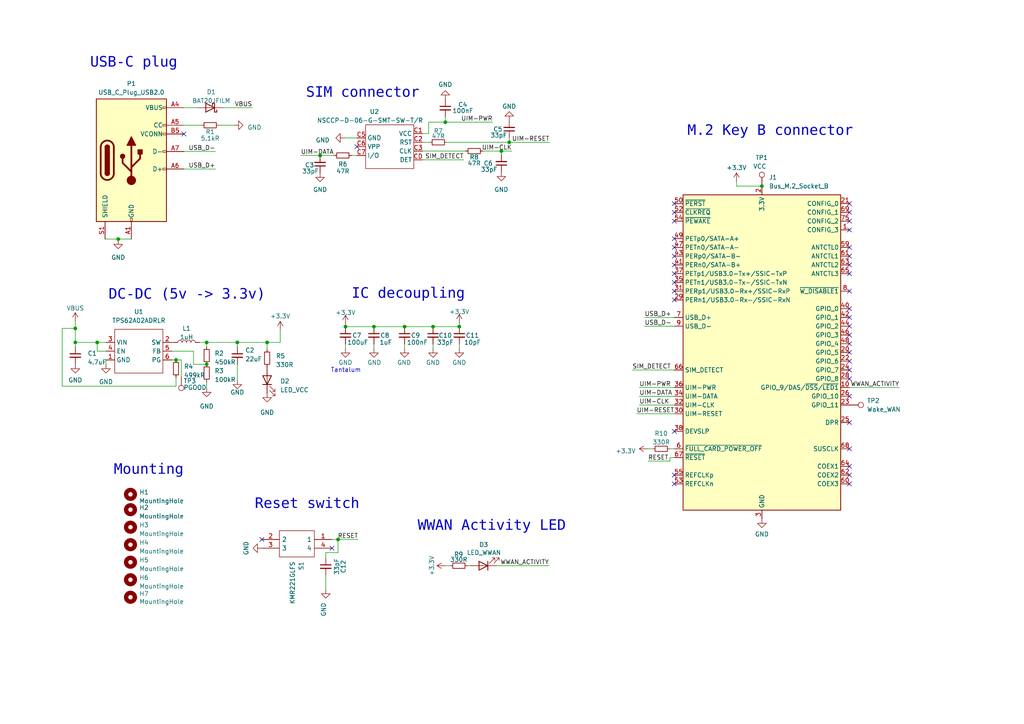
<source format=kicad_sch>
(kicad_sch (version 20230121) (generator eeschema)
  (paper "A4")
  (lib_symbols
    (symbol "Connector:Bus_M.2_Socket_B"
      (property "Reference" "J" (at -22.86 46.99 0))
      (property "Value" "Bus_M.2_Socket_B" (at 16.51 46.99 0))
      (symbol "Bus_M.2_Socket_B_0_1"
        (rectangle (start -22.86 45.72) (end 22.86 -45.72) (stroke (width 0.254)) (fill (type background)))
      )
      (symbol "Bus_M.2_Socket_B_1_1"
        (pin input line (at 25.4 35.56 180) (length 2.54) (name "CONFIG_3") (number "1"))
        (pin bidirectional line (at 25.4 -10.16 180) (length 2.54) (name "GPIO_9/DAS/~{DSS}/~{LED1}") (number "10"))
        (pin passive line (at 0 -48.26 90) (length 2.54) hide (name "GND") (number "11"))
        (pin power_in line (at 0 48.26 270) (length 2.54) (name "3.3V") (number "2"))
        (pin bidirectional line (at 25.4 0 180) (length 2.54) (name "GPIO_5") (number "20"))
        (pin input line (at 25.4 43.18 180) (length 2.54) (name "CONFIG_0") (number "21"))
        (pin bidirectional line (at 25.4 -2.54 180) (length 2.54) (name "GPIO_6") (number "22"))
        (pin bidirectional line (at 25.4 -15.24 180) (length 2.54) (name "GPIO_11") (number "23"))
        (pin bidirectional line (at 25.4 -5.08 180) (length 2.54) (name "GPIO_7") (number "24"))
        (pin output line (at 25.4 -20.32 180) (length 2.54) (name "DPR") (number "25"))
        (pin bidirectional line (at 25.4 -12.7 180) (length 2.54) (name "GPIO_10") (number "26"))
        (pin passive line (at 0 -48.26 90) (length 2.54) hide (name "GND") (number "27"))
        (pin bidirectional line (at 25.4 -7.62 180) (length 2.54) (name "GPIO_8") (number "28"))
        (pin input line (at -25.4 15.24 0) (length 2.54) (name "PERn1/USB3.0-Rx-/SSIC-RxN") (number "29"))
        (pin power_in line (at 0 -48.26 90) (length 2.54) (name "GND") (number "3"))
        (pin input line (at -25.4 -17.78 0) (length 2.54) (name "UIM-RESET") (number "30"))
        (pin input line (at -25.4 17.78 0) (length 2.54) (name "PERp1/USB3.0-Rx+/SSIC-RxP") (number "31"))
        (pin input line (at -25.4 -15.24 0) (length 2.54) (name "UIM-CLK") (number "32"))
        (pin passive line (at 0 -48.26 90) (length 2.54) hide (name "GND") (number "33"))
        (pin bidirectional line (at -25.4 -12.7 0) (length 2.54) (name "UIM-DATA") (number "34"))
        (pin output line (at -25.4 20.32 0) (length 2.54) (name "PETn1/USB3.0-Tx-/SSIC-TxN") (number "35"))
        (pin input line (at -25.4 -10.16 0) (length 2.54) (name "UIM-PWR") (number "36"))
        (pin output line (at -25.4 22.86 0) (length 2.54) (name "PETp1/USB3.0-Tx+/SSIC-TxP") (number "37"))
        (pin output line (at -25.4 -22.86 0) (length 2.54) (name "DEVSLP") (number "38"))
        (pin passive line (at 0 -48.26 90) (length 2.54) hide (name "GND") (number "39"))
        (pin passive line (at 0 48.26 270) (length 2.54) hide (name "3.3V") (number "4"))
        (pin bidirectional line (at 25.4 12.7 180) (length 2.54) (name "GPIO_0") (number "40"))
        (pin input line (at -25.4 25.4 0) (length 2.54) (name "PERn0/SATA-B+") (number "41"))
        (pin bidirectional line (at 25.4 10.16 180) (length 2.54) (name "GPIO_1") (number "42"))
        (pin input line (at -25.4 27.94 0) (length 2.54) (name "PERp0/SATA-B-") (number "43"))
        (pin bidirectional line (at 25.4 7.62 180) (length 2.54) (name "GPIO_2") (number "44"))
        (pin passive line (at 0 -48.26 90) (length 2.54) hide (name "GND") (number "45"))
        (pin bidirectional line (at 25.4 5.08 180) (length 2.54) (name "GPIO_3") (number "46"))
        (pin output line (at -25.4 30.48 0) (length 2.54) (name "PETn0/SATA-A-") (number "47"))
        (pin bidirectional line (at 25.4 2.54 180) (length 2.54) (name "GPIO_4") (number "48"))
        (pin output line (at -25.4 33.02 0) (length 2.54) (name "PETp0/SATA-A+") (number "49"))
        (pin passive line (at 0 -48.26 90) (length 2.54) hide (name "GND") (number "5"))
        (pin output line (at -25.4 43.18 0) (length 2.54) (name "~{PERST}") (number "50"))
        (pin passive line (at 0 -48.26 90) (length 2.54) hide (name "GND") (number "51"))
        (pin bidirectional line (at -25.4 40.64 0) (length 2.54) (name "~{CLKREQ}") (number "52"))
        (pin output line (at -25.4 -38.1 0) (length 2.54) (name "REFCLKn") (number "53"))
        (pin bidirectional line (at -25.4 38.1 0) (length 2.54) (name "~{PEWAKE}") (number "54"))
        (pin output line (at -25.4 -35.56 0) (length 2.54) (name "REFCLKp") (number "55"))
        (pin no_connect line (at 22.86 -43.18 180) (length 2.54) hide (name "NC") (number "56"))
        (pin passive line (at 0 -48.26 90) (length 2.54) hide (name "GND") (number "57"))
        (pin no_connect line (at 22.86 -40.64 180) (length 2.54) hide (name "NC") (number "58"))
        (pin input line (at 25.4 30.48 180) (length 2.54) (name "ANTCTL0") (number "59"))
        (pin output line (at -25.4 -27.94 0) (length 2.54) (name "~{FULL_CARD_POWER_OFF}") (number "6"))
        (pin bidirectional line (at 25.4 -38.1 180) (length 2.54) (name "COEX3") (number "60"))
        (pin input line (at 25.4 27.94 180) (length 2.54) (name "ANTCTL1") (number "61"))
        (pin bidirectional line (at 25.4 -35.56 180) (length 2.54) (name "COEX2") (number "62"))
        (pin input line (at 25.4 25.4 180) (length 2.54) (name "ANTCTL2") (number "63"))
        (pin bidirectional line (at 25.4 -33.02 180) (length 2.54) (name "COEX1") (number "64"))
        (pin input line (at 25.4 22.86 180) (length 2.54) (name "ANTCTL3") (number "65"))
        (pin output line (at -25.4 -5.08 0) (length 2.54) (name "SIM_DETECT") (number "66"))
        (pin output line (at -25.4 -30.48 0) (length 2.54) (name "~{RESET}") (number "67"))
        (pin output line (at 25.4 -27.94 180) (length 2.54) (name "SUSCLK") (number "68"))
        (pin input line (at 25.4 40.64 180) (length 2.54) (name "CONFIG_1") (number "69"))
        (pin bidirectional line (at -25.4 10.16 0) (length 2.54) (name "USB_D+") (number "7"))
        (pin passive line (at 0 48.26 270) (length 2.54) hide (name "3.3V") (number "70"))
        (pin passive line (at 0 -48.26 90) (length 2.54) hide (name "GND") (number "71"))
        (pin passive line (at 0 48.26 270) (length 2.54) hide (name "3.3V") (number "72"))
        (pin passive line (at 0 -48.26 90) (length 2.54) hide (name "GND") (number "73"))
        (pin passive line (at 0 48.26 270) (length 2.54) hide (name "3.3V") (number "74"))
        (pin input line (at 25.4 38.1 180) (length 2.54) (name "CONFIG_2") (number "75"))
        (pin output line (at 25.4 17.78 180) (length 2.54) (name "~{W_DISABLE1}") (number "8"))
        (pin bidirectional line (at -25.4 7.62 0) (length 2.54) (name "USB_D-") (number "9"))
      )
    )
    (symbol "Connector:TestPoint" (pin_numbers hide) (pin_names (offset 0.762) hide)
      (property "Reference" "TP" (at 0 6.858 0))
      (property "Value" "TestPoint" (at 0 5.08 0))
      (symbol "TestPoint_0_1"
        (circle (center 0 3.302) (radius 0.762))
      )
      (symbol "TestPoint_1_1"
        (pin passive line (at 0 0 90) (length 2.54) (name "1") (number "1"))
      )
    )
    (symbol "Connector:USB_C_Plug_USB2.0" (pin_names (offset 1.016))
      (property "Reference" "P" (at -10.16 19.05 0))
      (property "Value" "USB_C_Plug_USB2.0" (at 12.7 19.05 0))
      (symbol "USB_C_Plug_USB2.0_0_0"
        (rectangle (start -0.254 -17.78) (end 0.254 -16.764))
        (rectangle (start 10.16 -2.286) (end 9.144 -2.794))
        (rectangle (start 10.16 2.794) (end 9.144 2.286))
        (rectangle (start 10.16 7.874) (end 9.144 7.366))
        (rectangle (start 10.16 10.414) (end 9.144 9.906))
        (rectangle (start 10.16 15.494) (end 9.144 14.986))
      )
      (symbol "USB_C_Plug_USB2.0_0_1"
        (rectangle (start -10.16 17.78) (end 10.16 -17.78) (stroke (width 0.254)) (fill (type background)))
        (arc (start -8.89 -3.81) (mid -6.985 -5.7067) (end -5.08 -3.81) (stroke (width 0.508)))
        (arc (start -7.62 -3.81) (mid -6.985 -4.4423) (end -6.35 -3.81) (stroke (width 0.254)))
        (arc (start -7.62 -3.81) (mid -6.985 -4.4423) (end -6.35 -3.81) (stroke (width 0.254)) (fill (type outline)))
        (rectangle (start -7.62 -3.81) (end -6.35 3.81) (stroke (width 0.254)) (fill (type outline)))
        (arc (start -6.35 3.81) (mid -6.985 4.4423) (end -7.62 3.81) (stroke (width 0.254)))
        (arc (start -6.35 3.81) (mid -6.985 4.4423) (end -7.62 3.81) (stroke (width 0.254)) (fill (type outline)))
        (arc (start -5.08 3.81) (mid -6.985 5.7067) (end -8.89 3.81) (stroke (width 0.508)))
        (circle (center -2.54 1.143) (radius 0.635) (stroke (width 0.254)) (fill (type outline)))
        (circle (center 0 -5.842) (radius 1.27) (fill (type outline)))
        (polyline (pts (xy -8.89 -3.81) (xy -8.89 3.81)) (stroke (width 0.508)))
        (polyline (pts (xy -5.08 3.81) (xy -5.08 -3.81)) (stroke (width 0.508)))
        (polyline (pts (xy 0 -5.842) (xy 0 4.318)) (stroke (width 0.508)))
        (polyline (pts (xy 0 -3.302) (xy -2.54 -0.762) (xy -2.54 0.508)) (stroke (width 0.508)))
        (polyline (pts (xy 0 -2.032) (xy 2.54 0.508) (xy 2.54 1.778)) (stroke (width 0.508)))
        (polyline (pts (xy -1.27 4.318) (xy 0 6.858) (xy 1.27 4.318) (xy -1.27 4.318)) (stroke (width 0.254)) (fill (type outline)))
        (rectangle (start 1.905 1.778) (end 3.175 3.048) (stroke (width 0.254)) (fill (type outline)))
      )
      (symbol "USB_C_Plug_USB2.0_1_1"
        (pin passive line (at 0 -22.86 90) (length 5.08) (name "GND") (number "A1"))
        (pin passive line (at 0 -22.86 90) (length 5.08) hide (name "GND") (number "A12"))
        (pin passive line (at 15.24 15.24 180) (length 5.08) (name "VBUS") (number "A4"))
        (pin bidirectional line (at 15.24 10.16 180) (length 5.08) (name "CC") (number "A5"))
        (pin bidirectional line (at 15.24 -2.54 180) (length 5.08) (name "D+") (number "A6"))
        (pin bidirectional line (at 15.24 2.54 180) (length 5.08) (name "D-") (number "A7"))
        (pin passive line (at 15.24 15.24 180) (length 5.08) hide (name "VBUS") (number "A9"))
        (pin passive line (at 0 -22.86 90) (length 5.08) hide (name "GND") (number "B1"))
        (pin passive line (at 0 -22.86 90) (length 5.08) hide (name "GND") (number "B12"))
        (pin passive line (at 15.24 15.24 180) (length 5.08) hide (name "VBUS") (number "B4"))
        (pin bidirectional line (at 15.24 7.62 180) (length 5.08) (name "VCONN") (number "B5"))
        (pin passive line (at 15.24 15.24 180) (length 5.08) hide (name "VBUS") (number "B9"))
        (pin passive line (at -7.62 -22.86 90) (length 5.08) (name "SHIELD") (number "S1"))
      )
    )
    (symbol "Custom:KMR221GLFS" (pin_names (offset 0.762))
      (property "Reference" "S" (at 16.51 7.62 0))
      (property "Value" "KMR221GLFS" (at 16.51 5.08 0))
      (symbol "KMR221GLFS_0_0"
        (pin passive line (at 0 -2.54 0) (length 5.08) (name "1") (number "1"))
        (pin passive line (at 20.32 -2.54 180) (length 5.08) (name "2") (number "2"))
        (pin passive line (at 20.32 0 180) (length 5.08) (name "3") (number "3"))
        (pin passive line (at 0 0 0) (length 5.08) (name "4") (number "4"))
      )
      (symbol "KMR221GLFS_0_1"
        (polyline (pts (xy 5.08 2.54) (xy 15.24 2.54) (xy 15.24 -5.08) (xy 5.08 -5.08) (xy 5.08 2.54)) (stroke (width 0.1524)))
      )
    )
    (symbol "Device:C_Small" (pin_numbers hide) (pin_names (offset 0.254) hide)
      (property "Reference" "C" (at 0.254 1.778 0))
      (property "Value" "C_Small" (at 0.254 -2.032 0))
      (symbol "C_Small_0_1"
        (polyline (pts (xy -1.524 -0.508) (xy 1.524 -0.508)) (stroke (width 0.3302)))
        (polyline (pts (xy -1.524 0.508) (xy 1.524 0.508)) (stroke (width 0.3048)))
      )
      (symbol "C_Small_1_1"
        (pin passive line (at 0 2.54 270) (length 2.032) (name "~") (number "1"))
        (pin passive line (at 0 -2.54 90) (length 2.032) (name "~") (number "2"))
      )
    )
    (symbol "Device:D_Schottky" (pin_numbers hide) (pin_names (offset 1.016) hide)
      (property "Reference" "D" (at 0 2.54 0))
      (property "Value" "D_Schottky" (at 0 -2.54 0))
      (symbol "D_Schottky_0_1"
        (polyline (pts (xy 1.27 0) (xy -1.27 0)))
        (polyline (pts (xy 1.27 1.27) (xy 1.27 -1.27) (xy -1.27 0) (xy 1.27 1.27)) (stroke (width 0.254)))
        (polyline (pts (xy -1.905 0.635) (xy -1.905 1.27) (xy -1.27 1.27) (xy -1.27 -1.27) (xy -0.635 -1.27) (xy -0.635 -0.635)) (stroke (width 0.254)))
      )
      (symbol "D_Schottky_1_1"
        (pin passive line (at -3.81 0 0) (length 2.54) (name "K") (number "1"))
        (pin passive line (at 3.81 0 180) (length 2.54) (name "A") (number "2"))
      )
    )
    (symbol "Device:L" (pin_numbers hide) (pin_names (offset 1.016) hide)
      (property "Reference" "L" (at -1.27 0 90))
      (property "Value" "L" (at 1.905 0 90))
      (symbol "L_0_1"
        (arc (start 0 -2.54) (mid 0.6323 -1.905) (end 0 -1.27))
        (arc (start 0 -1.27) (mid 0.6323 -0.635) (end 0 0))
        (arc (start 0 0) (mid 0.6323 0.635) (end 0 1.27))
        (arc (start 0 1.27) (mid 0.6323 1.905) (end 0 2.54))
      )
      (symbol "L_1_1"
        (pin passive line (at 0 3.81 270) (length 1.27) (name "1") (number "1"))
        (pin passive line (at 0 -3.81 90) (length 1.27) (name "2") (number "2"))
      )
    )
    (symbol "Device:LED" (pin_numbers hide) (pin_names (offset 1.016) hide)
      (property "Reference" "D" (at 0 2.54 0))
      (property "Value" "LED" (at 0 -2.54 0))
      (symbol "LED_0_1"
        (polyline (pts (xy -1.27 -1.27) (xy -1.27 1.27)) (stroke (width 0.254)))
        (polyline (pts (xy -1.27 0) (xy 1.27 0)))
        (polyline (pts (xy 1.27 -1.27) (xy 1.27 1.27) (xy -1.27 0) (xy 1.27 -1.27)) (stroke (width 0.254)))
        (polyline (pts (xy -3.048 -0.762) (xy -4.572 -2.286) (xy -3.81 -2.286) (xy -4.572 -2.286) (xy -4.572 -1.524)))
        (polyline (pts (xy -1.778 -0.762) (xy -3.302 -2.286) (xy -2.54 -2.286) (xy -3.302 -2.286) (xy -3.302 -1.524)))
      )
      (symbol "LED_1_1"
        (pin passive line (at -3.81 0 0) (length 2.54) (name "K") (number "1"))
        (pin passive line (at 3.81 0 180) (length 2.54) (name "A") (number "2"))
      )
    )
    (symbol "Device:R_Small" (pin_numbers hide) (pin_names (offset 0.254) hide)
      (property "Reference" "R" (at 0.762 0.508 0))
      (property "Value" "R_Small" (at 0.762 -1.016 0))
      (symbol "R_Small_0_1"
        (rectangle (start -0.762 1.778) (end 0.762 -1.778) (stroke (width 0.2032)))
      )
      (symbol "R_Small_1_1"
        (pin passive line (at 0 2.54 270) (length 0.762) (name "~") (number "1"))
        (pin passive line (at 0 -2.54 90) (length 0.762) (name "~") (number "2"))
      )
    )
    (symbol "Mechanical:MountingHole" (pin_names (offset 1.016))
      (property "Reference" "H" (at 0 5.08 0))
      (property "Value" "MountingHole" (at 0 3.175 0))
      (symbol "MountingHole_0_1"
        (circle (center 0 0) (radius 1.27) (stroke (width 1.27)))
      )
    )
    (symbol "Roamer_lib:NSCCP-D-06-G-SMT-SW-T{slash}R"
      (property "Reference" "U" (at 3.175 -5.08 0))
      (property "Value" "NSCCP-D-06-G-SMT-SW-T{slash}R" (at -15.24 -5.08 0))
      (symbol "NSCCP-D-06-G-SMT-SW-T{slash}R_0_1"
        (rectangle (start -13.335 -20.955) (end 0.635 -8.255))
      )
      (symbol "NSCCP-D-06-G-SMT-SW-T{slash}R_1_1"
        (pin power_in line (at 3.175 -10.795 180) (length 2.54) (name "VCC") (number "C1"))
        (pin input line (at 3.175 -13.335 180) (length 2.54) (name "RST") (number "C2"))
        (pin input line (at 3.175 -15.875 180) (length 2.54) (name "CLK") (number "C3"))
        (pin passive line (at -15.875 -12.065 0) (length 2.54) (name "GND") (number "C5"))
        (pin input line (at -15.875 -14.605 0) (length 2.54) (name "VPP") (number "C6"))
        (pin bidirectional line (at -15.875 -17.145 0) (length 2.54) (name "I/O") (number "C7"))
        (pin output line (at 3.175 -18.415 180) (length 2.54) (name "DET") (number "CD"))
      )
    )
    (symbol "Roamer_lib:TPS62A02ADRLR"
      (property "Reference" "U" (at -3.81 -0.635 0))
      (property "Value" "TPS62A02ADRLR" (at -14.605 -0.635 0))
      (symbol "TPS62A02ADRLR_0_1"
        (rectangle (start -16.51 -3.81) (end -2.54 -16.51))
      )
      (symbol "TPS62A02ADRLR_1_1"
        (pin passive line (at -19.05 -12.7 0) (length 2.54) (name "GND") (number "1"))
        (pin power_out line (at 0 -7.62 180) (length 2.54) (name "SW") (number "2"))
        (pin power_in line (at -19.05 -7.62 0) (length 2.54) (name "VIN") (number "3"))
        (pin input line (at -19.05 -10.16 0) (length 2.54) (name "EN") (number "4"))
        (pin input line (at 0 -10.16 180) (length 2.54) (name "FB") (number "5"))
        (pin output line (at 0 -12.7 180) (length 2.54) (name "PG") (number "6"))
      )
    )
    (symbol "power:+3.3V" (power) (pin_names (offset 0))
      (property "Value" "+3.3V" (at 0 3.556 0))
      (symbol "+3.3V_0_1"
        (polyline (pts (xy -0.762 1.27) (xy 0 2.54)))
        (polyline (pts (xy 0 0) (xy 0 2.54)))
        (polyline (pts (xy 0 2.54) (xy 0.762 1.27)))
      )
      (symbol "+3.3V_1_1"
        (pin power_in line (at 0 0 90) (length 0) hide (name "+3.3V") (number "1"))
      )
    )
    (symbol "power:GND" (power) (pin_names (offset 0))
      (property "Value" "GND" (at 0 -3.81 0))
      (symbol "GND_0_1"
        (polyline (pts (xy 0 0) (xy 0 -1.27) (xy 1.27 -1.27) (xy 0 -2.54) (xy -1.27 -1.27) (xy 0 -1.27)))
      )
      (symbol "GND_1_1"
        (pin power_in line (at 0 0 270) (length 0) hide (name "GND") (number "1"))
      )
    )
    (symbol "power:VBUS" (power) (pin_names (offset 0))
      (property "Value" "VBUS" (at 0 3.81 0))
      (symbol "VBUS_0_1"
        (polyline (pts (xy -0.762 1.27) (xy 0 2.54)))
        (polyline (pts (xy 0 0) (xy 0 2.54)))
        (polyline (pts (xy 0 2.54) (xy 0.762 1.27)))
      )
      (symbol "VBUS_1_1"
        (pin power_in line (at 0 0 90) (length 0) hide (name "VBUS") (number "1"))
      )
    )
  )
  (junction (at 100.203 94.742))
  (junction (at 220.98 53.975))
  (junction (at 133.223 94.742))
  (junction (at 108.458 94.742))
  (junction (at 59.944 99.314))
  (junction (at 59.944 105.664))
  (junction (at 92.837 45.085))
  (junction (at 145.415 43.815))
  (junction (at 125.603 94.742))
  (junction (at 21.844 95.25))
  (junction (at 98.044 156.464))
  (junction (at 147.701 41.275))
  (junction (at 68.834 99.314))
  (junction (at 117.348 94.742))
  (junction (at 34.29 69.342))
  (junction (at 28.194 99.314))
  (junction (at 129.159 35.433))
  (junction (at 51.054 104.394))
  (junction (at 21.844 99.314))
  (junction (at 77.47 99.314))
  (no_connect (at 246.38 109.855))
  (no_connect (at 246.38 74.295))
  (no_connect (at 195.58 86.995))
  (no_connect (at 246.38 64.135))
  (no_connect (at 246.38 137.795))
  (no_connect (at 246.38 84.455))
  (no_connect (at 246.38 89.535))
  (no_connect (at 246.38 130.175))
  (no_connect (at 246.38 122.555))
  (no_connect (at 246.38 99.695))
  (no_connect (at 195.58 140.335))
  (no_connect (at 195.58 76.835))
  (no_connect (at 246.38 104.775))
  (no_connect (at 246.38 135.255))
  (no_connect (at 75.946 156.464))
  (no_connect (at 246.38 107.315))
  (no_connect (at 246.38 140.335))
  (no_connect (at 246.38 76.835))
  (no_connect (at 195.58 71.755))
  (no_connect (at 96.266 159.004))
  (no_connect (at 195.58 84.455))
  (no_connect (at 195.58 125.095))
  (no_connect (at 195.58 79.375))
  (no_connect (at 246.38 97.155))
  (no_connect (at 195.58 137.795))
  (no_connect (at 195.58 74.295))
  (no_connect (at 246.38 102.235))
  (no_connect (at 53.34 38.862))
  (no_connect (at 195.58 69.215))
  (no_connect (at 246.38 71.755))
  (no_connect (at 195.58 81.915))
  (no_connect (at 246.38 61.595))
  (no_connect (at 246.38 94.615))
  (no_connect (at 246.38 59.055))
  (no_connect (at 195.58 59.055))
  (no_connect (at 246.38 66.675))
  (no_connect (at 103.505 42.545))
  (no_connect (at 246.38 114.935))
  (no_connect (at 246.38 92.075))
  (no_connect (at 195.58 61.595))
  (no_connect (at 195.58 64.135))
  (no_connect (at 246.38 79.375))
  (wire (pts (xy 30.734 101.854) (xy 28.194 101.854)))
  (wire (pts (xy 51.054 112.014) (xy 51.054 109.474)))
  (wire (pts (xy 28.194 99.314) (xy 30.734 99.314)))
  (wire (pts (xy 122.555 43.815) (xy 135.001 43.815)))
  (wire (pts (xy 77.47 99.314) (xy 81.28 99.314)))
  (wire (pts (xy 98.044 156.464) (xy 98.044 160.274)))
  (wire (pts (xy 187.96 133.731) (xy 194.31 133.731)))
  (wire (pts (xy 145.415 44.831) (xy 145.415 43.815)))
  (wire (pts (xy 186.944 94.615) (xy 195.58 94.615)))
  (wire (pts (xy 144.018 164.084) (xy 159.258 164.084)))
  (wire (pts (xy 98.044 156.464) (xy 103.886 156.464)))
  (wire (pts (xy 185.42 112.395) (xy 195.58 112.395)))
  (wire (pts (xy 51.054 104.394) (xy 52.578 104.394)))
  (wire (pts (xy 124.333 35.433) (xy 129.159 35.433)))
  (wire (pts (xy 195.58 132.715) (xy 194.31 132.715)))
  (wire (pts (xy 28.194 101.854) (xy 28.194 99.314)))
  (wire (pts (xy 133.223 94.742) (xy 125.603 94.742)))
  (wire (pts (xy 63.5 36.322) (xy 67.945 36.322)))
  (wire (pts (xy 117.348 99.822) (xy 117.348 101.092)))
  (wire (pts (xy 213.614 52.705) (xy 213.614 53.975)))
  (wire (pts (xy 108.458 94.742) (xy 100.203 94.742)))
  (wire (pts (xy 185.42 117.475) (xy 195.58 117.475)))
  (wire (pts (xy 92.837 45.085) (xy 96.901 45.085)))
  (wire (pts (xy 129.159 33.909) (xy 129.159 35.433)))
  (wire (pts (xy 77.47 99.314) (xy 77.47 101.346)))
  (wire (pts (xy 52.578 104.394) (xy 52.578 109.22)))
  (wire (pts (xy 129.159 35.433) (xy 142.875 35.433)))
  (wire (pts (xy 185.42 114.935) (xy 195.58 114.935)))
  (wire (pts (xy 18.034 112.014) (xy 51.054 112.014)))
  (wire (pts (xy 59.944 99.314) (xy 59.944 100.584)))
  (wire (pts (xy 133.223 99.822) (xy 133.223 101.092)))
  (wire (pts (xy 147.701 41.275) (xy 159.385 41.275)))
  (wire (pts (xy 108.458 99.822) (xy 108.458 101.092)))
  (wire (pts (xy 183.388 107.315) (xy 195.58 107.315)))
  (wire (pts (xy 21.844 99.314) (xy 28.194 99.314)))
  (wire (pts (xy 246.38 112.395) (xy 260.858 112.395)))
  (wire (pts (xy 81.28 99.314) (xy 81.28 95.758)))
  (wire (pts (xy 21.844 93.218) (xy 21.844 95.25)))
  (wire (pts (xy 98.044 160.274) (xy 94.488 160.274)))
  (wire (pts (xy 30.48 69.342) (xy 34.29 69.342)))
  (wire (pts (xy 140.081 43.815) (xy 145.415 43.815)))
  (wire (pts (xy 125.603 94.742) (xy 117.348 94.742)))
  (wire (pts (xy 21.844 99.314) (xy 21.844 100.584)))
  (wire (pts (xy 100.203 99.822) (xy 100.203 101.092)))
  (wire (pts (xy 220.98 53.975) (xy 213.614 53.975)))
  (wire (pts (xy 59.944 99.314) (xy 68.834 99.314)))
  (wire (pts (xy 96.266 156.464) (xy 98.044 156.464)))
  (wire (pts (xy 189.23 130.175) (xy 187.96 130.175)))
  (wire (pts (xy 53.34 43.942) (xy 62.484 43.942)))
  (wire (pts (xy 101.981 45.085) (xy 103.505 45.085)))
  (wire (pts (xy 99.949 40.005) (xy 103.505 40.005)))
  (wire (pts (xy 100.203 93.98) (xy 100.203 94.742)))
  (wire (pts (xy 117.348 94.742) (xy 108.458 94.742)))
  (wire (pts (xy 68.834 99.314) (xy 68.834 100.584)))
  (wire (pts (xy 30.734 104.394) (xy 30.734 105.664)))
  (wire (pts (xy 122.555 46.355) (xy 134.493 46.355)))
  (wire (pts (xy 34.29 69.342) (xy 34.29 69.596)))
  (wire (pts (xy 133.223 93.726) (xy 133.223 94.742)))
  (wire (pts (xy 145.415 43.815) (xy 148.463 43.815)))
  (wire (pts (xy 184.658 120.015) (xy 195.58 120.015)))
  (wire (pts (xy 124.587 41.275) (xy 122.555 41.275)))
  (wire (pts (xy 18.034 112.014) (xy 18.034 95.25)))
  (wire (pts (xy 64.77 31.242) (xy 73.152 31.242)))
  (wire (pts (xy 130.556 164.084) (xy 129.286 164.084)))
  (wire (pts (xy 186.944 92.075) (xy 195.58 92.075)))
  (wire (pts (xy 129.667 41.275) (xy 147.701 41.275)))
  (wire (pts (xy 49.784 104.394) (xy 51.054 104.394)))
  (wire (pts (xy 56.134 101.854) (xy 56.134 105.664)))
  (wire (pts (xy 18.034 95.25) (xy 21.844 95.25)))
  (wire (pts (xy 122.555 38.735) (xy 124.333 38.735)))
  (wire (pts (xy 57.15 31.242) (xy 53.34 31.242)))
  (wire (pts (xy 68.834 110.236) (xy 68.834 105.664)))
  (wire (pts (xy 135.636 164.084) (xy 136.398 164.084)))
  (wire (pts (xy 53.34 49.022) (xy 62.484 49.022)))
  (wire (pts (xy 34.29 69.342) (xy 38.1 69.342)))
  (wire (pts (xy 49.784 99.314) (xy 50.292 99.314)))
  (wire (pts (xy 53.34 36.322) (xy 58.42 36.322)))
  (wire (pts (xy 68.834 99.314) (xy 77.47 99.314)))
  (wire (pts (xy 49.784 101.854) (xy 56.134 101.854)))
  (wire (pts (xy 124.333 38.735) (xy 124.333 35.433)))
  (wire (pts (xy 147.701 40.005) (xy 147.701 41.275)))
  (wire (pts (xy 125.603 99.822) (xy 125.603 101.092)))
  (wire (pts (xy 21.844 95.25) (xy 21.844 99.314)))
  (wire (pts (xy 94.488 170.942) (xy 94.488 166.878)))
  (wire (pts (xy 59.944 110.744) (xy 59.944 112.522)))
  (wire (pts (xy 194.31 133.731) (xy 194.31 132.715)))
  (wire (pts (xy 57.912 99.314) (xy 59.944 99.314)))
  (wire (pts (xy 56.134 105.664) (xy 59.944 105.664)))
  (wire (pts (xy 94.488 160.274) (xy 94.488 161.798)))
  (wire (pts (xy 87.249 45.085) (xy 92.837 45.085)))
  (wire (pts (xy 194.31 130.175) (xy 195.58 130.175)))
  (text "Reset switch\n" (at 73.914 148.844 0) (effects (font (size 3 3)) (justify left bottom)))
  (text "Tantalum" (at 95.885 108.204 0) (effects (font (size 1.27 1.27)) (justify left bottom)))
  (text "SIM connector\n" (at 88.773 29.591 0) (effects (font (size 3 3)) (justify left bottom)))
  (text "WWAN Activity LED\n" (at 121.158 155.194 0) (effects (font (size 3 3)) (justify left bottom)))
  (text "USB-C plug" (at 26.162 20.828 0) (effects (font (size 3 3)) (justify left bottom)))
  (text "IC decoupling\n" (at 101.981 87.884 0) (effects (font (size 3 3)) (justify left bottom)))
  (text "M.2 Key B connector" (at 199.39 40.64 0) (effects (font (size 3 3)) (justify left bottom)))
  (text "Mounting\n" (at 33.02 138.938 0) (effects (font (size 3 3)) (justify left bottom)))
  (text "DC-DC (5v -> 3.3v)\n" (at 31.496 88.138 0) (effects (font (size 3 3)) (justify left bottom)))
  (label "RESET" (at 103.886 156.464 180))
  (label "USB_D+" (at 186.944 92.075 0))
  (label "UIM-PWR" (at 142.875 35.433 180))
  (label "SIM_DETECT" (at 134.493 46.355 180))
  (label "UIM-CLK" (at 148.463 43.815 180))
  (label "WWAN_ACTIVITY" (at 159.258 164.084 180))
  (label "UIM-CLK" (at 185.42 117.475 0))
  (label "UIM-PWR" (at 185.42 112.395 0))
  (label "UIM-RESET" (at 184.658 120.015 0))
  (label "USB_D-" (at 186.944 94.615 0))
  (label "USB_D+" (at 62.484 49.022 180))
  (label "RESET" (at 187.96 133.731 0))
  (label "VBUS" (at 73.152 31.242 180))
  (label "USB_D-" (at 62.484 43.942 180))
  (label "WWAN_ACTIVITY" (at 260.858 112.395 180))
  (label "UIM-DATA" (at 87.249 45.085 0))
  (label "SIM_DETECT" (at 183.388 107.315 0))
  (label "UIM-DATA" (at 185.42 114.935 0))
  (label "UIM-RESET" (at 159.385 41.275 180))
  (symbol (lib_id "power:GND") (at 117.348 101.092 0) (unit 1)
    (property "Reference" "#PWR03" (effects hide))
    (property "Value" "GND" (at 119.253 105.156 0) (effects (justify right)))
  )
  (symbol (lib_id "Mechanical:MountingHole") (at 37.846 163.068 0) (unit 1)
    (property "Reference" "H5" (at 40.386 162.433 0) (effects (justify left)))
    (property "Value" "MountingHole" (at 40.386 164.973 0) (effects (justify left)))
    (property "Footprint" "MountingHole:MountingHole_2.2mm_M2" (effects hide))
  )
  (symbol (lib_id "Device:R_Small") (at 191.77 130.175 90) (unit 1)
    (property "Reference" "R10" (at 191.77 125.73 90))
    (property "Value" "330R" (at 191.77 128.27 90))
    (property "Footprint" "Resistor_SMD:R_0603_1608Metric" (effects hide))
  )
  (symbol (lib_id "Connector:USB_C_Plug_USB2.0") (at 38.1 46.482 0) (unit 1)
    (property "Reference" "P1" (at 38.1 24.257 0))
    (property "Value" "USB_C_Plug_USB2.0" (at 38.1 26.797 0))
    (property "Footprint" "Connector_USB:USB_C_Plug_Molex_105444" (effects hide))
    (property "Datasheet" "https://www.usb.org/sites/default/files/documents/usb_type-c.zip" (effects hide))
  )
  (symbol (lib_id "power:GND") (at 68.834 110.236 0) (unit 1)
    (property "Reference" "#PWR013" (effects hide))
    (property "Value" "GND" (at 68.834 113.792 0))
  )
  (symbol (lib_id "Device:R_Small") (at 137.541 43.815 90) (unit 1)
    (property "Reference" "R8" (at 137.541 45.593 90))
    (property "Value" "47R" (at 137.541 47.371 90))
    (property "Footprint" "Resistor_SMD:R_1206_3216Metric" (effects hide))
  )
  (symbol (lib_id "Connector:TestPoint") (at 52.578 109.22 180) (unit 1)
    (property "Reference" "TP3" (at 53.213 110.49 0) (effects (justify right)))
    (property "Value" "PGOOD" (at 53.213 112.395 0) (effects (justify right)))
    (property "Footprint" "TestPoint:TestPoint_Pad_1.0x1.0mm" (effects hide))
  )
  (symbol (lib_id "Device:C_Small") (at 94.488 164.338 0) (unit 1)
    (property "Reference" "C12" (at 99.568 164.338 90))
    (property "Value" "33pF" (at 97.663 164.338 90))
    (property "Footprint" "Capacitor_SMD:C_0603_1608Metric" (effects hide))
  )
  (symbol (lib_id "Mechanical:MountingHole") (at 37.846 147.828 0) (unit 1)
    (property "Reference" "H2" (at 40.386 147.193 0) (effects (justify left)))
    (property "Value" "MountingHole" (at 40.386 149.733 0) (effects (justify left)))
    (property "Footprint" "MountingHole:MountingHole_2.2mm_M2" (effects hide))
  )
  (symbol (lib_id "power:GND") (at 34.29 69.596 0) (unit 1)
    (property "Reference" "#PWR06" (effects hide))
    (property "Value" "GND" (at 34.29 74.676 0))
  )
  (symbol (lib_id "power:GND") (at 100.203 101.092 0) (unit 1)
    (property "Reference" "#PWR01" (effects hide))
    (property "Value" "GND" (at 102.235 105.156 0) (effects (justify right)))
  )
  (symbol (lib_id "power:+3.3V") (at 129.286 164.084 90) (unit 1)
    (property "Reference" "#PWR024" (effects hide))
    (property "Value" "+3.3V" (at 125.222 164.084 0))
  )
  (symbol (lib_id "power:GND") (at 220.98 150.495 0) (unit 1)
    (property "Reference" "#PWR022" (effects hide))
    (property "Value" "GND" (at 220.98 154.94 0))
  )
  (symbol (lib_id "Device:C_Small") (at 129.159 31.369 0) (unit 1)
    (property "Reference" "C4" (at 134.239 30.353 0))
    (property "Value" "100nF" (at 134.239 32.131 0))
    (property "Footprint" "Capacitor_SMD:C_0603_1608Metric" (effects hide))
  )
  (symbol (lib_id "power:GND") (at 21.844 105.664 0) (unit 1)
    (property "Reference" "#PWR011" (effects hide))
    (property "Value" "GND" (at 21.844 110.236 0))
  )
  (symbol (lib_id "power:GND") (at 30.734 105.664 0) (unit 1)
    (property "Reference" "#PWR010" (effects hide))
    (property "Value" "GND" (at 30.734 110.744 0))
  )
  (symbol (lib_id "Device:R_Small") (at 59.944 108.204 0) (unit 1)
    (property "Reference" "R3" (at 62.23 107.569 0) (effects (justify left)))
    (property "Value" "100kR" (at 62.23 110.109 0) (effects (justify left)))
    (property "Footprint" "Resistor_SMD:R_0805_2012Metric" (effects hide))
  )
  (symbol (lib_id "Mechanical:MountingHole") (at 37.846 152.908 0) (unit 1)
    (property "Reference" "H3" (at 40.386 152.273 0) (effects (justify left)))
    (property "Value" "MountingHole" (at 40.386 154.813 0) (effects (justify left)))
    (property "Footprint" "MountingHole:MountingHole_2.2mm_M2" (effects hide))
  )
  (symbol (lib_id "power:GND") (at 77.47 114.046 0) (unit 1)
    (property "Reference" "#PWR014" (effects hide))
    (property "Value" "GND" (at 77.47 119.634 0))
  )
  (symbol (lib_id "power:GND") (at 125.603 101.092 0) (unit 1)
    (property "Reference" "#PWR04" (effects hide))
    (property "Value" "GND" (at 127.635 105.156 0) (effects (justify right)))
  )
  (symbol (lib_id "Device:C_Small") (at 117.348 97.282 0) (unit 1)
    (property "Reference" "C9" (at 120.523 97.282 0))
    (property "Value" "100nF" (at 121.031 99.314 0))
    (property "Footprint" "Capacitor_SMD:C_0603_1608Metric" (effects hide))
  )
  (symbol (lib_id "Roamer_lib:NSCCP-D-06-G-SMT-SW-T{slash}R") (at 119.38 27.94 0) (unit 1)
    (property "Reference" "U2" (at 108.585 32.385 0))
    (property "Value" "NSCCP-D-06-G-SMT-SW-T/R" (at 107.315 34.925 0))
    (property "Footprint" "NSCCP-D-06-G-SMT-SW-T:NSCCP-D-06-G-SMT-SW-T&slash_R" (effects hide))
    (property "Datasheet" "https://www.digikey.co.uk/en/products/detail/adam-tech/NSCCP-D-06-G-SMT-SW-T-R/11689348" (effects hide))
  )
  (symbol (lib_id "Device:R_Small") (at 60.96 36.322 90) (unit 1)
    (property "Reference" "R1" (at 60.96 38.227 90))
    (property "Value" "5.1kR" (at 60.96 40.132 90))
    (property "Footprint" "Resistor_SMD:R_0603_1608Metric" (effects hide))
  )
  (symbol (lib_id "Device:C_Small") (at 125.603 97.282 0) (unit 1)
    (property "Reference" "C10" (at 129.159 97.282 0))
    (property "Value" "33pF" (at 129.159 99.314 0))
    (property "Footprint" "Capacitor_SMD:C_0603_1608Metric" (effects hide))
  )
  (symbol (lib_id "power:GND") (at 75.946 159.004 270) (unit 1)
    (property "Reference" "#PWR019" (effects hide))
    (property "Value" "GND" (at 71.374 159.004 0))
  )
  (symbol (lib_id "power:+3.3V") (at 133.223 93.726 0) (unit 1)
    (property "Reference" "#PWR017" (effects hide))
    (property "Value" "+3.3V" (at 133.223 90.424 0))
  )
  (symbol (lib_id "Device:D_Schottky") (at 60.96 31.242 180) (unit 1)
    (property "Reference" "D1" (at 61.2775 26.67 0))
    (property "Value" "BAT20JFILM" (at 61.2775 29.21 0))
    (property "Footprint" "Diode_SMD:D_SOD-323" (effects hide))
  )
  (symbol (lib_id "Device:C_Small") (at 21.844 103.124 0) (unit 1)
    (property "Reference" "C1" (at 25.4 102.4953 0) (effects (justify left)))
    (property "Value" "4.7uF" (at 25.4 105.0353 0) (effects (justify left)))
    (property "Footprint" "Capacitor_SMD:C_0603_1608Metric" (effects hide))
  )
  (symbol (lib_id "Device:L") (at 54.102 99.314 90) (unit 1)
    (property "Reference" "L1" (at 54.102 95.25 90))
    (property "Value" "1uH" (at 54.102 97.79 90))
    (property "Footprint" "Inductor_SMD:L_1008_2520Metric" (effects hide))
  )
  (symbol (lib_id "Device:C_Small") (at 92.837 47.625 180) (unit 1)
    (property "Reference" "C3" (at 89.789 47.879 0))
    (property "Value" "33pF" (at 90.043 49.657 0))
    (property "Footprint" "Capacitor_SMD:C_0603_1608Metric" (effects hide))
  )
  (symbol (lib_id "power:GND") (at 145.415 49.911 0) (unit 1)
    (property "Reference" "#PWR027" (effects hide))
    (property "Value" "GND" (at 145.415 54.991 0))
  )
  (symbol (lib_id "Device:R_Small") (at 99.441 45.085 270) (unit 1)
    (property "Reference" "R6" (at 99.441 47.625 90))
    (property "Value" "47R" (at 99.441 49.657 90))
    (property "Footprint" "Resistor_SMD:R_1206_3216Metric" (effects hide))
  )
  (symbol (lib_id "Device:C_Small") (at 68.834 103.124 0) (unit 1)
    (property "Reference" "C2" (at 71.12 101.6 0) (effects (justify left)))
    (property "Value" "22uF" (at 71.12 104.14 0) (effects (justify left)))
    (property "Footprint" "Capacitor_SMD:C_0603_1608Metric" (effects hide))
  )
  (symbol (lib_id "Connector:TestPoint") (at 246.38 117.475 270) (unit 1)
    (property "Reference" "TP2" (at 251.46 116.2049 90) (effects (justify left)))
    (property "Value" "Wake_WAN" (at 251.46 118.7449 90) (effects (justify left)))
    (property "Footprint" "TestPoint:TestPoint_Pad_1.0x1.0mm" (effects hide))
  )
  (symbol (lib_id "power:GND") (at 147.701 34.925 180) (unit 1)
    (property "Reference" "#PWR028" (effects hide))
    (property "Value" "GND" (at 147.701 30.861 0))
  )
  (symbol (lib_id "power:+3.3V") (at 213.614 52.705 0) (unit 1)
    (property "Reference" "#PWR023" (effects hide))
    (property "Value" "+3.3V" (at 213.614 48.641 0))
  )
  (symbol (lib_id "power:GND") (at 59.944 112.522 0) (unit 1)
    (property "Reference" "#PWR012" (effects hide))
    (property "Value" "GND" (at 59.944 117.856 0))
  )
  (symbol (lib_id "power:GND") (at 108.458 101.092 0) (unit 1)
    (property "Reference" "#PWR02" (effects hide))
    (property "Value" "GND" (at 110.617 105.156 0) (effects (justify right)))
  )
  (symbol (lib_id "Mechanical:MountingHole") (at 37.846 143.383 0) (unit 1)
    (property "Reference" "H1" (at 40.386 142.748 0) (effects (justify left)))
    (property "Value" "MountingHole" (at 40.386 145.288 0) (effects (justify left)))
    (property "Footprint" "MountingHole:MountingHole_2.2mm_M2" (effects hide))
  )
  (symbol (lib_id "Mechanical:MountingHole") (at 37.846 157.988 0) (unit 1)
    (property "Reference" "H4" (at 40.386 157.353 0) (effects (justify left)))
    (property "Value" "MountingHole" (at 40.386 159.893 0) (effects (justify left)))
    (property "Footprint" "MountingHole:MountingHole_2.2mm_M2" (effects hide))
  )
  (symbol (lib_id "power:+3.3V") (at 81.28 95.758 0) (unit 1)
    (property "Reference" "#PWR015" (effects hide))
    (property "Value" "+3.3V" (at 81.28 91.694 0))
  )
  (symbol (lib_id "power:GND") (at 94.488 170.942 0) (unit 1)
    (property "Reference" "#PWR020" (effects hide))
    (property "Value" "GND" (at 93.853 174.752 90) (effects (justify right)))
  )
  (symbol (lib_id "Connector:TestPoint") (at 220.98 53.975 0) (unit 1)
    (property "Reference" "TP1" (at 219.075 45.72 0) (effects (justify left)))
    (property "Value" "VCC" (at 218.44 48.26 0) (effects (justify left)))
    (property "Footprint" "TestPoint:TestPoint_Pad_1.0x1.0mm" (effects hide))
  )
  (symbol (lib_id "Device:R_Small") (at 127.127 41.275 90) (unit 1)
    (property "Reference" "R7" (at 127.127 37.973 90))
    (property "Value" "47R" (at 127.127 39.497 90))
    (property "Footprint" "Resistor_SMD:R_1206_3216Metric" (effects hide))
  )
  (symbol (lib_id "power:GND") (at 133.223 101.092 0) (unit 1)
    (property "Reference" "#PWR05" (effects hide))
    (property "Value" "GND" (at 135.255 105.156 0) (effects (justify right)))
  )
  (symbol (lib_id "power:GND") (at 129.159 28.829 180) (unit 1)
    (property "Reference" "#PWR025" (effects hide))
    (property "Value" "GND" (at 129.159 24.511 0))
  )
  (symbol (lib_id "Mechanical:MountingHole") (at 37.846 173.228 0) (unit 1)
    (property "Reference" "H7" (at 40.386 172.212 0) (effects (justify left)))
    (property "Value" "MountingHole" (at 40.386 174.498 0) (effects (justify left)))
    (property "Footprint" "MountingHole:MountingHole_2.2mm_M2" (effects hide))
  )
  (symbol (lib_id "power:GND") (at 92.837 50.165 0) (unit 1)
    (property "Reference" "#PWR026" (effects hide))
    (property "Value" "GND" (at 92.837 54.991 0))
  )
  (symbol (lib_id "Roamer_lib:TPS62A02ADRLR") (at 49.784 91.694 0) (unit 1)
    (property "Reference" "U1" (at 40.259 90.424 0))
    (property "Value" "TPS62A02ADRLR" (at 40.259 92.964 0))
    (property "Footprint" "TPS:SOTFL50P160X60-6N" (effects hide))
    (property "Datasheet" "https://www.ti.com/lit/ds/symlink/tps62a01a.pdf" (effects hide))
  )
  (symbol (lib_id "Device:R_Small") (at 59.944 103.124 0) (unit 1)
    (property "Reference" "R2" (at 62.23 102.489 0) (effects (justify left)))
    (property "Value" "450kR" (at 62.23 105.029 0) (effects (justify left)))
    (property "Footprint" "Resistor_SMD:R_0805_2012Metric" (effects hide))
  )
  (symbol (lib_id "Connector:Bus_M.2_Socket_B") (at 220.98 102.235 0) (unit 1)
    (property "Reference" "J1" (at 222.9994 51.435 0) (effects (justify left)))
    (property "Value" "Bus_M.2_Socket_B" (at 222.9994 53.975 0) (effects (justify left)))
    (property "Footprint" "NGFF:TE_2199119-3" (effects hide))
    (property "Datasheet" "http://read.pudn.com/downloads794/doc/project/3133918/PCIe_M.2_Electromechanical_Spec_Rev1.0_Final_11012013_RS_Clean.pdf#page=154" (effects hide))
  )
  (symbol (lib_id "power:GND") (at 67.945 36.322 90) (unit 1)
    (property "Reference" "#PWR08" (effects hide))
    (property "Value" "GND" (at 71.755 36.957 90) (effects (justify right)))
  )
  (symbol (lib_id "Device:R_Small") (at 51.054 106.934 0) (unit 1)
    (property "Reference" "R4" (at 53.34 106.299 0) (effects (justify left)))
    (property "Value" "499kR" (at 53.34 108.839 0) (effects (justify left)))
    (property "Footprint" "Resistor_SMD:R_0805_2012Metric" (effects hide))
  )
  (symbol (lib_id "power:+3.3V") (at 187.96 130.175 90) (unit 1)
    (property "Reference" "#PWR021" (effects hide))
    (property "Value" "+3.3V" (at 184.404 130.81 90) (effects (justify left)))
  )
  (symbol (lib_id "Device:C_Small") (at 147.701 37.465 180) (unit 1)
    (property "Reference" "C5" (at 144.399 37.465 0))
    (property "Value" "33pF" (at 144.653 39.243 0))
    (property "Footprint" "Capacitor_SMD:C_0603_1608Metric" (effects hide))
  )
  (symbol (lib_id "Device:C_Small") (at 100.203 97.282 0) (unit 1)
    (property "Reference" "C7" (at 103.505 97.282 0))
    (property "Value" "100uF" (at 103.759 99.314 0))
    (property "Footprint" "Capacitor_SMD:C_0603_1608Metric" (effects hide))
  )
  (symbol (lib_id "Device:R_Small") (at 133.096 164.084 90) (unit 1)
    (property "Reference" "R9" (at 134.366 160.782 90) (effects (justify left)))
    (property "Value" "330R" (at 135.636 162.306 90) (effects (justify left)))
    (property "Footprint" "Resistor_SMD:R_0603_1608Metric" (effects hide))
  )
  (symbol (lib_id "Mechanical:MountingHole") (at 37.846 168.148 0) (unit 1)
    (property "Reference" "H6" (at 40.386 167.513 0) (effects (justify left)))
    (property "Value" "MountingHole" (at 40.386 170.053 0) (effects (justify left)))
    (property "Footprint" "MountingHole:MountingHole_2.2mm_M2" (effects hide))
  )
  (symbol (lib_id "power:+3.3V") (at 100.203 93.98 0) (unit 1)
    (property "Reference" "#PWR016" (effects hide))
    (property "Value" "+3.3V" (at 100.203 90.678 0))
  )
  (symbol (lib_id "Custom:KMR221GLFS") (at 96.266 159.004 180) (unit 1)
    (property "Reference" "S1" (at 87.3761 162.814 90) (effects (justify left)))
    (property "Value" "KMR221GLFS" (at 84.8361 162.814 90) (effects (justify left)))
    (property "Footprint" "KMR:KMR2_1" (effects hide))
    (property "Datasheet" "https://www.ckswitches.com/media/1479/kmr2.pdf" (effects hide))
    (property "Description" "KMR221GLFS (Tactile Switches)" (effects hide))
    (property "Mouser Part Number" "611-KMR221G-LFS" (effects hide))
    (property "Mouser Price/Stock" "https://www.mouser.co.uk/ProductDetail/CK/KMR221GLFS?qs=sb%252But3Lm4x2RtkMQYdEYMA%3D%3D" (effects hide))
    (property "Manufacturer_Name" "C & K COMPONENTS" (effects hide))
    (property "Manufacturer_Part_Number" "KMR221GLFS" (effects hide))
  )
  (symbol (lib_id "Device:LED") (at 77.47 110.236 90) (unit 1)
    (property "Reference" "D2" (at 81.28 110.5534 90) (effects (justify right)))
    (property "Value" "LED_VCC" (at 81.28 113.0934 90) (effects (justify right)))
    (property "Footprint" "Diode_SMD:D_0402_1005Metric" (effects hide))
  )
  (symbol (lib_id "Device:C_Small") (at 145.415 47.371 180) (unit 1)
    (property "Reference" "C6" (at 141.605 47.371 0))
    (property "Value" "33pF" (at 141.859 49.149 0))
    (property "Footprint" "Capacitor_SMD:C_0603_1608Metric" (effects hide))
  )
  (symbol (lib_id "Device:LED") (at 140.208 164.084 180) (unit 1)
    (property "Reference" "D3" (at 138.938 157.988 0) (effects (justify right)))
    (property "Value" "LED_WWAN" (at 135.382 160.274 0) (effects (justify right)))
    (property "Footprint" "Diode_SMD:D_0402_1005Metric" (effects hide))
  )
  (symbol (lib_id "power:VBUS") (at 21.844 93.218 0) (unit 1)
    (property "Reference" "#PWR09" (effects hide))
    (property "Value" "VBUS" (at 21.844 89.408 0))
  )
  (symbol (lib_id "power:GND") (at 99.949 40.005 270) (unit 1)
    (property "Reference" "#PWR018" (effects hide))
    (property "Value" "GND" (at 95.631 40.64 90) (effects (justify right)))
  )
  (symbol (lib_id "Device:C_Small") (at 133.223 97.282 0) (unit 1)
    (property "Reference" "C11" (at 137.033 97.282 0))
    (property "Value" "10pF" (at 137.033 99.314 0))
    (property "Footprint" "Capacitor_SMD:C_0603_1608Metric" (effects hide))
  )
  (symbol (lib_id "Device:R_Small") (at 77.47 103.886 0) (unit 1)
    (property "Reference" "R5" (at 80.01 103.251 0) (effects (justify left)))
    (property "Value" "330R" (at 80.01 105.791 0) (effects (justify left)))
    (property "Footprint" "Resistor_SMD:R_0603_1608Metric" (effects hide))
  )
  (symbol (lib_id "Device:C_Small") (at 108.458 97.282 0) (unit 1)
    (property "Reference" "C8" (at 111.633 97.282 0))
    (property "Value" "1uF" (at 111.887 99.314 0))
    (property "Footprint" "Capacitor_SMD:C_0603_1608Metric" (effects hide))
  )
)
</source>
